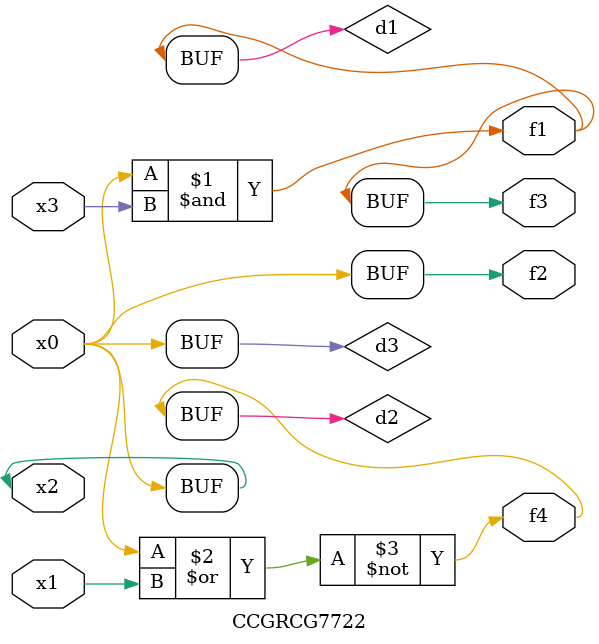
<source format=v>
module CCGRCG7722(
	input x0, x1, x2, x3,
	output f1, f2, f3, f4
);

	wire d1, d2, d3;

	and (d1, x2, x3);
	nor (d2, x0, x1);
	buf (d3, x0, x2);
	assign f1 = d1;
	assign f2 = d3;
	assign f3 = d1;
	assign f4 = d2;
endmodule

</source>
